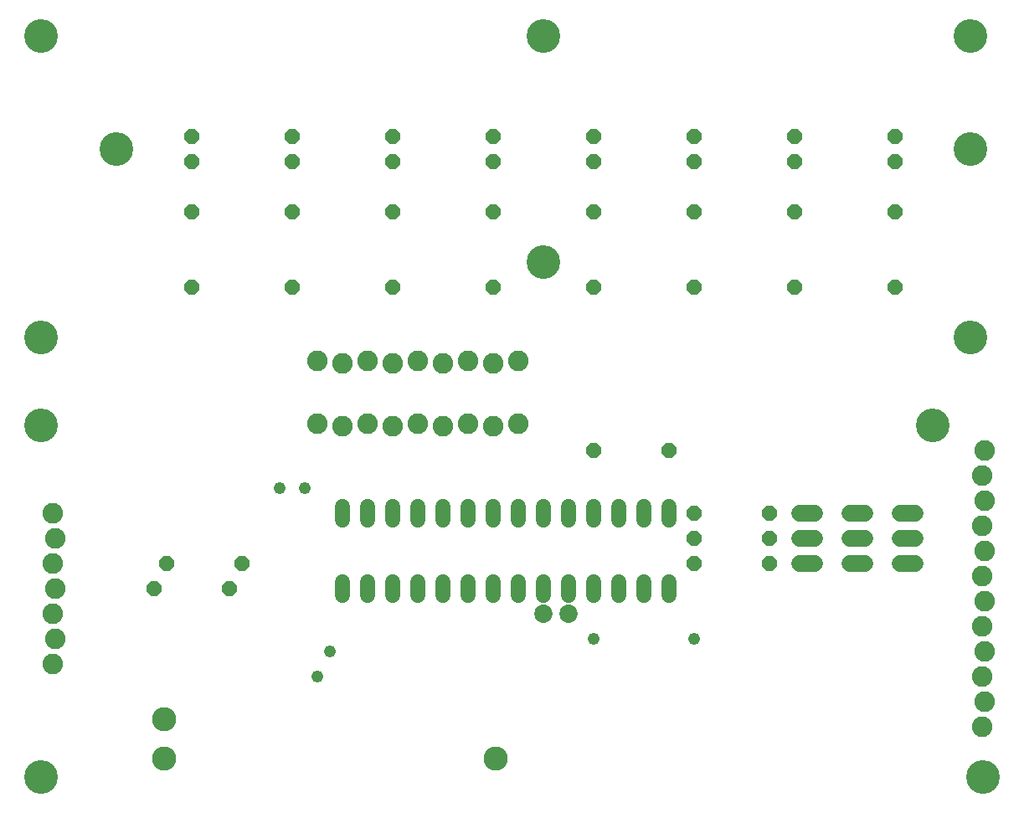
<source format=gts>
G75*
%MOIN*%
%OFA0B0*%
%FSLAX25Y25*%
%IPPOS*%
%LPD*%
%AMOC8*
5,1,8,0,0,1.08239X$1,22.5*
%
%ADD10C,0.13398*%
%ADD11C,0.06000*%
%ADD12C,0.08200*%
%ADD13OC8,0.06000*%
%ADD14C,0.06800*%
%ADD15C,0.07300*%
%ADD16C,0.09658*%
%ADD17C,0.04762*%
D10*
X0012600Y0012600D03*
X0012600Y0152600D03*
X0012600Y0187600D03*
X0042600Y0262600D03*
X0012600Y0307600D03*
X0212600Y0307600D03*
X0212600Y0217600D03*
X0367600Y0152600D03*
X0382600Y0187600D03*
X0382600Y0262600D03*
X0382600Y0307600D03*
X0387600Y0012600D03*
D11*
X0262600Y0085000D02*
X0262600Y0090200D01*
X0252600Y0090200D02*
X0252600Y0085000D01*
X0242600Y0085000D02*
X0242600Y0090200D01*
X0232600Y0090200D02*
X0232600Y0085000D01*
X0222600Y0085000D02*
X0222600Y0090200D01*
X0212600Y0090200D02*
X0212600Y0085000D01*
X0202600Y0085000D02*
X0202600Y0090200D01*
X0192600Y0090200D02*
X0192600Y0085000D01*
X0182600Y0085000D02*
X0182600Y0090200D01*
X0172600Y0090200D02*
X0172600Y0085000D01*
X0162600Y0085000D02*
X0162600Y0090200D01*
X0152600Y0090200D02*
X0152600Y0085000D01*
X0142600Y0085000D02*
X0142600Y0090200D01*
X0132600Y0090200D02*
X0132600Y0085000D01*
X0132600Y0115000D02*
X0132600Y0120200D01*
X0142600Y0120200D02*
X0142600Y0115000D01*
X0152600Y0115000D02*
X0152600Y0120200D01*
X0162600Y0120200D02*
X0162600Y0115000D01*
X0172600Y0115000D02*
X0172600Y0120200D01*
X0182600Y0120200D02*
X0182600Y0115000D01*
X0192600Y0115000D02*
X0192600Y0120200D01*
X0202600Y0120200D02*
X0202600Y0115000D01*
X0212600Y0115000D02*
X0212600Y0120200D01*
X0222600Y0120200D02*
X0222600Y0115000D01*
X0232600Y0115000D02*
X0232600Y0120200D01*
X0242600Y0120200D02*
X0242600Y0115000D01*
X0252600Y0115000D02*
X0252600Y0120200D01*
X0262600Y0120200D02*
X0262600Y0115000D01*
D12*
X0202600Y0153100D03*
X0192600Y0152100D03*
X0182600Y0153100D03*
X0172600Y0152100D03*
X0162600Y0153100D03*
X0152600Y0152100D03*
X0142600Y0153100D03*
X0132600Y0152100D03*
X0122600Y0153100D03*
X0122600Y0178100D03*
X0132600Y0177100D03*
X0142600Y0178100D03*
X0152600Y0177100D03*
X0162600Y0178100D03*
X0172600Y0177100D03*
X0182600Y0178100D03*
X0192600Y0177100D03*
X0202600Y0178100D03*
X0388100Y0142600D03*
X0387100Y0132600D03*
X0388100Y0122600D03*
X0387100Y0112600D03*
X0388100Y0102600D03*
X0387100Y0092600D03*
X0388100Y0082600D03*
X0387100Y0072600D03*
X0388100Y0062600D03*
X0387100Y0052600D03*
X0388100Y0042600D03*
X0387100Y0032600D03*
X0018100Y0067600D03*
X0017100Y0077600D03*
X0018100Y0087600D03*
X0017100Y0097600D03*
X0018100Y0107600D03*
X0017100Y0117600D03*
X0017100Y0057600D03*
D13*
X0057600Y0087600D03*
X0062600Y0097600D03*
X0087600Y0087600D03*
X0092600Y0097600D03*
X0072600Y0207600D03*
X0072600Y0237600D03*
X0072600Y0257600D03*
X0072600Y0267600D03*
X0112600Y0267600D03*
X0112600Y0257600D03*
X0112600Y0237600D03*
X0112600Y0207600D03*
X0152600Y0207600D03*
X0152600Y0237600D03*
X0152600Y0257600D03*
X0152600Y0267600D03*
X0192600Y0267600D03*
X0192600Y0257600D03*
X0192600Y0237600D03*
X0192600Y0207600D03*
X0232600Y0207600D03*
X0232600Y0237600D03*
X0232600Y0257600D03*
X0232600Y0267600D03*
X0272600Y0267600D03*
X0272600Y0257600D03*
X0272600Y0237600D03*
X0272600Y0207600D03*
X0312600Y0207600D03*
X0312600Y0237600D03*
X0312600Y0257600D03*
X0312600Y0267600D03*
X0352600Y0267600D03*
X0352600Y0257600D03*
X0352600Y0237600D03*
X0352600Y0207600D03*
X0262600Y0142600D03*
X0232600Y0142600D03*
X0272600Y0117600D03*
X0272600Y0107600D03*
X0272600Y0097600D03*
X0302600Y0097600D03*
X0302600Y0107600D03*
X0302600Y0117600D03*
D14*
X0314600Y0117600D02*
X0320600Y0117600D01*
X0320600Y0107600D02*
X0314600Y0107600D01*
X0314600Y0097600D02*
X0320600Y0097600D01*
X0334600Y0097600D02*
X0340600Y0097600D01*
X0340600Y0107600D02*
X0334600Y0107600D01*
X0334600Y0117600D02*
X0340600Y0117600D01*
X0354600Y0117600D02*
X0360600Y0117600D01*
X0360600Y0107600D02*
X0354600Y0107600D01*
X0354600Y0097600D02*
X0360600Y0097600D01*
D15*
X0222600Y0077600D03*
X0212600Y0077600D03*
D16*
X0193545Y0019726D03*
X0061655Y0019726D03*
X0061655Y0035474D03*
D17*
X0122600Y0052600D03*
X0127600Y0062600D03*
X0117600Y0127600D03*
X0107600Y0127600D03*
X0232600Y0067600D03*
X0272600Y0067600D03*
M02*

</source>
